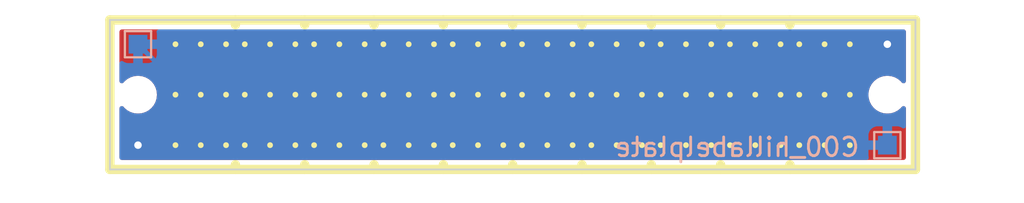
<source format=kicad_pcb>
(kicad_pcb (version 20211014) (generator pcbnew)
  (layers (0 "F.Cu" signal) (31 "B.Cu" signal) (34 "B.Paste" user) (35 "F.Paste" user) (36 "B.SilkS" user "B.Silkscreen") (37 "F.SilkS" user "F.Silkscreen") (38 "B.Mask" user) (39 "F.Mask" user) (44 "Edge.Cuts" user))
  (net 0 "")
  (net 1 "GND")
  (footprint "MountingHoleSmall:MountingHole_1mm" (layer "F.Cu") (at 101.5 104)
    (fp_text reference "REF**" hide)
    (fp_text value "MountingHole_1mm")
    (pad "" np_thru_hole circle locked (at 0 0) (size 1 1) (drill 1) (layers *.Cu *.Mask))
  )
  (footprint "MountingHoleSmall:MountingHole_1mm" (layer "F.Cu") (at 141.5 104)
    (fp_text reference "REF**" hide)
    (fp_text value "MountingHole_1mm")
    (pad "" np_thru_hole circle locked (at 0 0) (size 1 1) (drill 1) (layers *.Cu *.Mask))
  )
  (footprint "TestPoint:TestPoint_Pad_1.0x1.0mm" (layer "B.Cu") (at 141.5 106.7 180)
    (fp_text reference "TP2" hide)
    (fp_text value "TestPoint")
    (fp_line (start -0.7 -0.7) (end -0.7 0.7) (layer "B.SilkS") (width 0.12))
    (fp_line (start 0.7 0.7) (end 0.7 -0.7) (layer "B.SilkS") (width 0.12))
    (fp_line (start 0.7 -0.7) (end -0.7 -0.7) (layer "B.SilkS") (width 0.12))
    (fp_line (start -0.7 0.7) (end 0.7 0.7) (layer "B.SilkS") (width 0.12))
    (pad "1" smd rect (at 0 0 180) (size 1 1) (layers "B.Cu" "B.Mask") (net 1 "GND"))
  )
  (footprint "TestPoint:TestPoint_Pad_1.0x1.0mm" (layer "B.Cu") (at 101.5 101.3 180)
    (fp_text reference "TP1" hide)
    (fp_text value "TestPoint")
    (fp_line (start -0.7 0.7) (end 0.7 0.7) (layer "B.SilkS") (width 0.12))
    (fp_line (start 0.7 -0.7) (end -0.7 -0.7) (layer "B.SilkS") (width 0.12))
    (fp_line (start 0.7 0.7) (end 0.7 -0.7) (layer "B.SilkS") (width 0.12))
    (fp_line (start -0.7 -0.7) (end -0.7 0.7) (layer "B.SilkS") (width 0.12))
    (pad "1" smd rect (at 0 0 180) (size 1 1) (layers "B.Cu" "B.Mask") (net 1 "GND"))
  )
  (gr_circle (center 124.7 104) (end 124.78 104) (layer "F.SilkS") (width 0.15) (fill none))
  (gr_line (start 110.4 100) (end 110.4 100.25) (layer "F.SilkS") (width 0.5))
  (gr_circle (center 130.75 101.3) (end 130.83 101.3) (layer "F.SilkS") (width 0.15) (fill none))
  (gr_circle (center 132.1 101.3) (end 132.18 101.3) (layer "F.SilkS") (width 0.15) (fill none))
  (gr_circle (center 128.4 104) (end 128.48 104) (layer "F.SilkS") (width 0.15) (fill none))
  (gr_line (start 121.5 107.75) (end 121.5 108) (layer "F.SilkS") (width 0.5))
  (gr_circle (center 121 104) (end 121.08 104) (layer "F.SilkS") (width 0.15) (fill none))
  (gr_circle (center 125.7 101.3) (end 125.78 101.3) (layer "F.SilkS") (width 0.15) (fill none))
  (gr_circle (center 112.25 101.3) (end 112.33 101.3) (layer "F.SilkS") (width 0.15) (fill none))
  (gr_circle (center 123.35 104) (end 123.43 104) (layer "F.SilkS") (width 0.15) (fill none))
  (gr_circle (center 110.9 106.7) (end 110.98 106.7) (layer "F.SilkS") (width 0.15) (fill none))
  (gr_circle (center 113.6 106.7) (end 113.68 106.7) (layer "F.SilkS") (width 0.15) (fill none))
  (gr_circle (center 114.6 106.7) (end 114.68 106.7) (layer "F.SilkS") (width 0.15) (fill none))
  (gr_line (start 125.2 107.75) (end 125.2 108) (layer "F.SilkS") (width 0.5))
  (gr_line (start 128.9 100) (end 128.9 100.25) (layer "F.SilkS") (width 0.5))
  (gr_circle (center 118.3 104) (end 118.38 104) (layer "F.SilkS") (width 0.15) (fill none))
  (gr_circle (center 129.4 106.7) (end 129.48 106.7) (layer "F.SilkS") (width 0.15) (fill none))
  (gr_circle (center 138.15 106.7) (end 138.23 106.7) (layer "F.SilkS") (width 0.15) (fill none))
  (gr_circle (center 133.1 104) (end 133.18 104) (layer "F.SilkS") (width 0.15) (fill none))
  (gr_circle (center 125.7 104) (end 125.78 104) (layer "F.SilkS") (width 0.15) (fill none))
  (gr_circle (center 122 101.3) (end 122.08 101.3) (layer "F.SilkS") (width 0.15) (fill none))
  (gr_circle (center 130.75 106.7) (end 130.83 106.7) (layer "F.SilkS") (width 0.15) (fill none))
  (gr_circle (center 118.3 101.3) (end 118.38 101.3) (layer "F.SilkS") (width 0.15) (fill none))
  (gr_circle (center 119.65 101.3) (end 119.73 101.3) (layer "F.SilkS") (width 0.15) (fill none))
  (gr_circle (center 139.5 104) (end 139.58 104) (layer "F.SilkS") (width 0.15) (fill none))
  (gr_circle (center 132.1 104) (end 132.18 104) (layer "F.SilkS") (width 0.15) (fill none))
  (gr_line (start 136.3 107.75) (end 136.3 108) (layer "F.SilkS") (width 0.5))
  (gr_circle (center 138.15 104) (end 138.23 104) (layer "F.SilkS") (width 0.15) (fill none))
  (gr_circle (center 132.1 106.7) (end 132.18 106.7) (layer "F.SilkS") (width 0.15) (fill none))
  (gr_circle (center 103.5 101.3) (end 103.58 101.3) (layer "F.SilkS") (width 0.15) (fill none))
  (gr_line (start 117.8 100) (end 117.8 100.25) (layer "F.SilkS") (width 0.5))
  (gr_circle (center 134.45 106.7) (end 134.53 106.7) (layer "F.SilkS") (width 0.15) (fill none))
  (gr_circle (center 133.1 106.7) (end 133.18 106.7) (layer "F.SilkS") (width 0.15) (fill none))
  (gr_circle (center 123.35 101.3) (end 123.43 101.3) (layer "F.SilkS") (width 0.15) (fill none))
  (gr_circle (center 117.3 106.7) (end 117.38 106.7) (layer "F.SilkS") (width 0.15) (fill none))
  (gr_circle (center 109.9 104) (end 109.98 104) (layer "F.SilkS") (width 0.15) (fill none))
  (gr_circle (center 107.2 104) (end 107.28 104) (layer "F.SilkS") (width 0.15) (fill none))
  (gr_circle (center 108.55 104) (end 108.63 104) (layer "F.SilkS") (width 0.15) (fill none))
  (gr_circle (center 117.3 101.3) (end 117.38 101.3) (layer "F.SilkS") (width 0.15) (fill none))
  (gr_circle (center 108.55 106.7) (end 108.63 106.7) (layer "F.SilkS") (width 0.15) (fill none))
  (gr_circle (center 115.95 104) (end 116.03 104) (layer "F.SilkS") (width 0.15) (fill none))
  (gr_circle (center 114.6 104) (end 114.68 104) (layer "F.SilkS") (width 0.15) (fill none))
  (gr_circle (center 135.8 104) (end 135.88 104) (layer "F.SilkS") (width 0.15) (fill none))
  (gr_circle (center 104.85 106.7) (end 104.93 106.7) (layer "F.SilkS") (width 0.15) (fill none))
  (gr_circle (center 130.75 104) (end 130.83 104) (layer "F.SilkS") (width 0.15) (fill none))
  (gr_circle (center 112.25 104) (end 112.33 104) (layer "F.SilkS") (width 0.15) (fill none))
  (gr_line (start 143 100) (end 143 108) (layer "F.SilkS") (width 0.5))
  (gr_circle (center 118.3 106.7) (end 118.38 106.7) (layer "F.SilkS") (width 0.15) (fill none))
  (gr_circle (center 128.4 106.7) (end 128.48 106.7) (layer "F.SilkS") (width 0.15) (fill none))
  (gr_circle (center 106.2 101.3) (end 106.28 101.3) (layer "F.SilkS") (width 0.15) (fill none))
  (gr_circle (center 113.6 104) (end 113.68 104) (layer "F.SilkS") (width 0.15) (fill none))
  (gr_circle (center 136.8 106.7) (end 136.88 106.7) (layer "F.SilkS") (width 0.15) (fill none))
  (gr_line (start 136.3 100) (end 136.3 100.25) (layer "F.SilkS") (width 0.5))
  (gr_circle (center 103.5 104) (end 103.58 104) (layer "F.SilkS") (width 0.15) (fill none))
  (gr_circle (center 119.65 106.7) (end 119.73 106.7) (layer "F.SilkS") (width 0.15) (fill none))
  (gr_circle (center 136.8 104) (end 136.88 104) (layer "F.SilkS") (width 0.15) (fill none))
  (gr_circle (center 136.8 101.3) (end 136.88 101.3) (layer "F.SilkS") (width 0.15) (fill none))
  (gr_line (start 106.7 107.75) (end 106.7 108) (layer "F.SilkS") (width 0.5))
  (gr_circle (center 129.4 101.3) (end 129.48 101.3) (layer "F.SilkS") (width 0.15) (fill none))
  (gr_circle (center 124.7 101.3) (end 124.78 101.3) (layer "F.SilkS") (width 0.15) (fill none))
  (gr_line (start 117.8 107.75) (end 117.8 108) (layer "F.SilkS") (width 0.5))
  (gr_circle (center 133.1 101.3) (end 133.18 101.3) (layer "F.SilkS") (width 0.15) (fill none))
  (gr_circle (center 134.45 101.3) (end 134.53 101.3) (layer "F.SilkS") (width 0.15) (fill none))
  (gr_circle (center 115.95 106.7) (end 116.03 106.7) (layer "F.SilkS") (width 0.15) (fill none))
  (gr_line (start 132.6 100) (end 132.6 100.25) (layer "F.SilkS") (width 0.5))
  (gr_circle (center 106.2 104) (end 106.28 104) (layer "F.SilkS") (width 0.15) (fill none))
  (gr_circle (center 122 106.7) (end 122.08 106.7) (layer "F.SilkS") (width 0.15) (fill none))
  (gr_circle (center 108.55 101.3) (end 108.63 101.3) (layer "F.SilkS") (width 0.15) (fill none))
  (gr_circle (center 134.45 104) (end 134.53 104) (layer "F.SilkS") (width 0.15) (fill none))
  (gr_circle (center 124.7 106.7) (end 124.78 106.7) (layer "F.SilkS") (width 0.15) (fill none))
  (gr_line (start 121.5 100) (end 121.5 100.25) (layer "F.SilkS") (width 0.5))
  (gr_circle (center 109.9 101.3) (end 109.98 101.3) (layer "F.SilkS") (width 0.15) (fill none))
  (gr_circle (center 122 104) (end 122.08 104) (layer "F.SilkS") (width 0.15) (fill none))
  (gr_circle (center 110.9 104) (end 110.98 104) (layer "F.SilkS") (width 0.15) (fill none))
  (gr_circle (center 125.7 106.7) (end 125.78 106.7) (layer "F.SilkS") (width 0.15) (fill none))
  (gr_circle (center 138.15 101.3) (end 138.23 101.3) (layer "F.SilkS") (width 0.15) (fill none))
  (gr_circle (center 103.5 106.7) (end 103.58 106.7) (layer "F.SilkS") (width 0.15) (fill none))
  (gr_line (start 128.9 107.75) (end 128.9 108) (layer "F.SilkS") (width 0.5))
  (gr_circle (center 123.35 106.7) (end 123.43 106.7) (layer "F.SilkS") (width 0.15) (fill none))
  (gr_circle (center 127.05 106.7) (end 127.13 106.7) (layer "F.SilkS") (width 0.15) (fill none))
  (gr_circle (center 114.6 101.3) (end 114.68 101.3) (layer "F.SilkS") (width 0.15) (fill none))
  (gr_line (start 100 100) (end 143 100) (layer "F.SilkS") (width 0.5))
  (gr_line (start 125.2 100) (end 125.2 100.25) (layer "F.SilkS") (width 0.5))
  (gr_circle (center 104.85 104) (end 104.93 104) (layer "F.SilkS") (width 0.15) (fill none))
  (gr_line (start 100 108) (end 143 108) (layer "F.SilkS") (width 0.5))
  (gr_circle (center 121 101.3) (end 121.08 101.3) (layer "F.SilkS") (width 0.15) (fill none))
  (gr_circle (center 128.4 101.3) (end 128.48 101.3) (layer "F.SilkS") (width 0.15) (fill none))
  (gr_circle (center 129.4 104) (end 129.48 104) (layer "F.SilkS") (width 0.15) (fill none))
  (gr_circle (center 106.2 106.7) (end 106.28 106.7) (layer "F.SilkS") (width 0.15) (fill none))
  (gr_line (start 100 100) (end 100 108) (layer "F.SilkS") (width 0.5))
  (gr_circle (center 107.2 106.7) (end 107.28 106.7) (layer "F.SilkS") (width 0.15) (fill none))
  (gr_circle (center 112.25 106.7) (end 112.33 106.7) (layer "F.SilkS") (width 0.15) (fill none))
  (gr_line (start 110.4 107.75) (end 110.4 108) (layer "F.SilkS") (width 0.5))
  (gr_circle (center 109.9 106.7) (end 109.98 106.7) (layer "F.SilkS") (width 0.15) (fill none))
  (gr_circle (center 113.6 101.3) (end 113.68 101.3) (layer "F.SilkS") (width 0.15) (fill none))
  (gr_circle (center 139.5 106.7) (end 139.58 106.7) (layer "F.SilkS") (width 0.15) (fill none))
  (gr_circle (center 121 106.7) (end 121.08 106.7) (layer "F.SilkS") (width 0.15) (fill none))
  (gr_circle (center 127.05 104) (end 127.13 104) (layer "F.SilkS") (width 0.15) (fill none))
  (gr_circle (center 110.9 101.3) (end 110.98 101.3) (layer "F.SilkS") (width 0.15) (fill none))
  (gr_line (start 114.1 100) (end 114.1 100.25) (layer "F.SilkS") (width 0.5))
  (gr_circle (center 117.3 104) (end 117.38 104) (layer "F.SilkS") (width 0.15) (fill none))
  (gr_circle (center 127.05 101.3) (end 127.13 101.3) (layer "F.SilkS") (width 0.15) (fill none))
  (gr_circle (center 139.5 101.3) (end 139.58 101.3) (layer "F.SilkS") (width 0.15) (fill none))
  (gr_line (start 106.7 100) (end 106.7 100.25) (layer "F.SilkS") (width 0.5))
  (gr_line (start 114.1 107.75) (end 114.1 108) (layer "F.SilkS") (width 0.5))
  (gr_circle (center 135.8 106.7) (end 135.88 106.7) (layer "F.SilkS") (width 0.15) (fill none))
  (gr_circle (center 115.95 101.3) (end 116.03 101.3) (layer "F.SilkS") (width 0.15) (fill none))
  (gr_circle (center 104.85 101.3) (end 104.93 101.3) (layer "F.SilkS") (width 0.15) (fill none))
  (gr_circle (center 135.8 101.3) (end 135.88 101.3) (layer "F.SilkS") (width 0.15) (fill none))
  (gr_circle (center 107.2 101.3) (end 107.28 101.3) (layer "F.SilkS") (width 0.15) (fill none))
  (gr_line (start 132.6 107.75) (end 132.6 108) (layer "F.SilkS") (width 0.5))
  (gr_circle (center 119.65 104) (end 119.73 104) (layer "F.SilkS") (width 0.15) (fill none))
  (gr_line (start 100 100) (end 143 100) (layer "Edge.Cuts") (width 0.1))
  (gr_line (start 100 100) (end 100 108) (layer "Edge.Cuts") (width 0.1))
  (gr_line (start 100 108) (end 143 108) (layer "Edge.Cuts") (width 0.1))
  (gr_line (start 143 100) (end 143 108) (layer "Edge.Cuts") (width 0.1))
  (gr_text "C00_hillabelplate" (at 133.477 106.807) (layer "B.SilkS") (effects (font (size 1 1)) (justify mirror)))
  (via (at 141.5 101.3) (size 0.8) (drill 0.4) (layers "F.Cu" "B.Cu") (net 1))
  (via (at 101.5 106.7) (size 0.8) (drill 0.4) (layers "F.Cu" "B.Cu") (net 1))
  (segment (start 141.5 106.7) (end 106.9 106.7) (width 0.25) (layer "B.Cu") (net 1))
  (segment (start 106.9 106.7) (end 101.5 101.3) (width 0.25) (layer "B.Cu") (net 1))
  (zone (net 1) (net_name "GND") (layers F&B.Cu) (connect_pads (clearance 0.508)) (min_thickness 0.254) (fill yes (thermal_gap 0.508) (thermal_bridge_width 0.508))
    (polygon (pts (xy 143.891 108.966) (xy 99.187 109.093) (xy 99.187 98.933) (xy 144.018 98.933)))
  )
)
</source>
